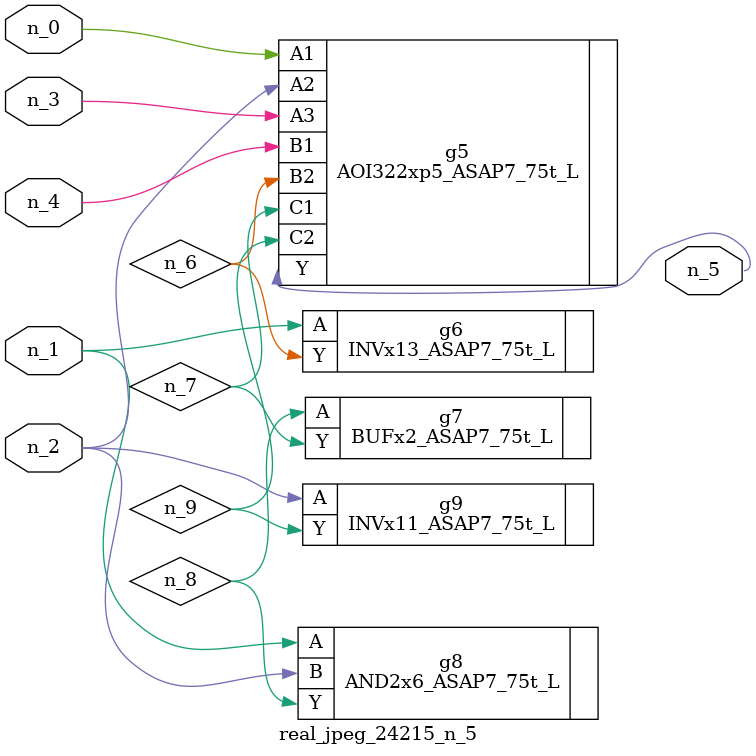
<source format=v>
module real_jpeg_24215_n_5 (n_4, n_0, n_1, n_2, n_3, n_5);

input n_4;
input n_0;
input n_1;
input n_2;
input n_3;

output n_5;

wire n_8;
wire n_6;
wire n_7;
wire n_9;

AOI322xp5_ASAP7_75t_L g5 ( 
.A1(n_0),
.A2(n_2),
.A3(n_3),
.B1(n_4),
.B2(n_6),
.C1(n_7),
.C2(n_9),
.Y(n_5)
);

INVx13_ASAP7_75t_L g6 ( 
.A(n_1),
.Y(n_6)
);

AND2x6_ASAP7_75t_L g8 ( 
.A(n_1),
.B(n_2),
.Y(n_8)
);

INVx11_ASAP7_75t_L g9 ( 
.A(n_2),
.Y(n_9)
);

BUFx2_ASAP7_75t_L g7 ( 
.A(n_8),
.Y(n_7)
);


endmodule
</source>
